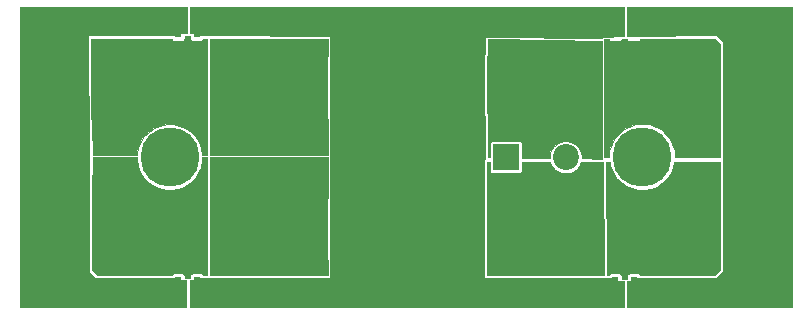
<source format=gtl>
%FSLAX46Y46*%
G04 Gerber Fmt 4.6, Leading zero omitted, Abs format (unit mm)*
G04 Created by KiCad (PCBNEW (2014-jul-16 BZR unknown)-product) date Di 22 Jul 2014 17:33:52 CEST*
%MOMM*%
G01*
G04 APERTURE LIST*
%ADD10C,0.100000*%
%ADD11C,5.000000*%
%ADD12R,0.599440X0.797560*%
%ADD13O,0.415000X1.630000*%
%ADD14R,1.715000X1.630000*%
%ADD15R,5.000000X5.000000*%
%ADD16R,2.000000X5.000000*%
%ADD17R,2.200000X2.200000*%
%ADD18C,2.200000*%
%ADD19C,0.900000*%
%ADD20C,0.500000*%
%ADD21C,0.254000*%
%ADD22C,1.000000*%
%ADD23C,0.030000*%
G04 APERTURE END LIST*
D10*
D11*
X179000000Y-112000000D03*
X219000000Y-112000000D03*
D12*
X216710060Y-101500000D03*
X218289940Y-101500000D03*
X181289940Y-101500000D03*
X179710060Y-101500000D03*
X218289940Y-122500000D03*
X216710060Y-122500000D03*
X179710060Y-122500000D03*
X181289940Y-122500000D03*
D13*
X171892500Y-106000000D03*
D14*
X173457500Y-106000000D03*
D15*
X175100000Y-106100000D03*
D16*
X171100000Y-106100000D03*
D13*
X171892500Y-118000000D03*
D14*
X173457500Y-118000000D03*
D15*
X175100000Y-118100000D03*
D16*
X171100000Y-118100000D03*
D13*
X226107500Y-106000000D03*
D14*
X224542500Y-106000000D03*
D15*
X222900000Y-105900000D03*
D16*
X226900000Y-105900000D03*
D13*
X226107500Y-118000000D03*
D14*
X224542500Y-118000000D03*
D15*
X222900000Y-117900000D03*
D16*
X226900000Y-117900000D03*
D13*
X181892500Y-106000000D03*
D14*
X183457500Y-106000000D03*
D15*
X185100000Y-106100000D03*
D16*
X181100000Y-106100000D03*
D13*
X181892500Y-118000000D03*
D14*
X183457500Y-118000000D03*
D15*
X185100000Y-118100000D03*
D16*
X181100000Y-118100000D03*
D13*
X216107500Y-106000000D03*
D14*
X214542500Y-106000000D03*
D15*
X212900000Y-105900000D03*
D16*
X216900000Y-105900000D03*
D13*
X216307500Y-118000000D03*
D14*
X214742500Y-118000000D03*
D15*
X213100000Y-117900000D03*
D16*
X217100000Y-117900000D03*
D13*
X191892500Y-106000000D03*
D14*
X193457500Y-106000000D03*
D15*
X195100000Y-106100000D03*
D16*
X191100000Y-106100000D03*
D13*
X191892500Y-118000000D03*
D14*
X193457500Y-118000000D03*
D15*
X195100000Y-118100000D03*
D16*
X191100000Y-118100000D03*
D13*
X206107500Y-106000000D03*
D14*
X204542500Y-106000000D03*
D15*
X202900000Y-105900000D03*
D16*
X206900000Y-105900000D03*
D13*
X206107500Y-118000000D03*
D14*
X204542500Y-118000000D03*
D15*
X202900000Y-117900000D03*
D16*
X206900000Y-117900000D03*
D17*
X207460000Y-112000000D03*
D18*
X212540000Y-112000000D03*
D19*
X199898000Y-116586000D03*
X199898000Y-117983000D03*
X199898000Y-119380000D03*
X197866000Y-119380000D03*
X197874090Y-118000000D03*
X197866000Y-116586000D03*
X198900000Y-116600000D03*
X198900000Y-118000000D03*
X198900000Y-119400000D03*
X228219000Y-113411000D03*
X170800000Y-113200000D03*
X226900000Y-112000000D03*
X226900000Y-113400000D03*
X226900000Y-110500000D03*
X170750000Y-110750000D03*
X170750000Y-112000000D03*
X171750000Y-113250000D03*
X171750000Y-112000000D03*
X171750000Y-110750000D03*
X228250000Y-110500000D03*
X228250000Y-112000000D03*
D20*
X195100000Y-118000000D02*
X195100000Y-110800000D01*
X195100000Y-110800000D02*
X199900000Y-106000000D01*
X199900000Y-106000000D02*
X202900000Y-106000000D01*
D21*
X199898000Y-116586000D02*
X198914000Y-116586000D01*
X198914000Y-116586000D02*
X198900000Y-116600000D01*
D20*
X195100000Y-118000000D02*
X197874090Y-118000000D01*
X197874090Y-118000000D02*
X198100000Y-118000000D01*
X181289940Y-122500000D02*
X193600000Y-122500000D01*
X193600000Y-122500000D02*
X195100000Y-121000000D01*
X195100000Y-121000000D02*
X195100000Y-118000000D01*
X216710060Y-122500000D02*
X204400000Y-122500000D01*
X204400000Y-122500000D02*
X202900000Y-121000000D01*
X202900000Y-121000000D02*
X202900000Y-118000000D01*
X216710060Y-101500000D02*
X204400000Y-101500000D01*
X204400000Y-101500000D02*
X202900000Y-103000000D01*
X202900000Y-103000000D02*
X202900000Y-106000000D01*
X181289940Y-101500000D02*
X193600000Y-101500000D01*
X193600000Y-101500000D02*
X195100000Y-103000000D01*
X195100000Y-103000000D02*
X195100000Y-106000000D01*
X198100000Y-118000000D02*
X202900000Y-118000000D01*
X202900000Y-118000000D02*
X202900000Y-106000000D01*
X195100000Y-106000000D02*
X195100000Y-109000000D01*
X195100000Y-109000000D02*
X195100000Y-118000000D01*
X195100000Y-106000000D02*
X202900000Y-106000000D01*
X198900000Y-119400000D02*
X199600000Y-118700000D01*
X199600000Y-118700000D02*
X203500000Y-118700000D01*
X203500000Y-118700000D02*
X204300000Y-117900000D01*
X204300000Y-117900000D02*
X204542500Y-118100000D01*
X179710060Y-101500000D02*
X171600000Y-101500000D01*
X171100000Y-102000000D02*
X171100000Y-106000000D01*
X171600000Y-101500000D02*
X171100000Y-102000000D01*
D22*
X229039001Y-114231001D02*
X228668999Y-113860999D01*
X229293001Y-114231001D02*
X229039001Y-114231001D01*
X226900000Y-113400000D02*
X228462000Y-113400000D01*
X228250000Y-113188000D02*
X229293001Y-114231001D01*
X228462000Y-113400000D02*
X229293001Y-114231001D01*
X228668999Y-113860999D02*
X228219000Y-113411000D01*
X228250000Y-112000000D02*
X228250000Y-113188000D01*
D20*
X179710060Y-122500000D02*
X172600000Y-122500000D01*
X172600000Y-122500000D02*
X171100000Y-121000000D01*
X171100000Y-121000000D02*
X171100000Y-118000000D01*
X170800000Y-113200000D02*
X170800000Y-117700000D01*
X170800000Y-117700000D02*
X171100000Y-118000000D01*
X226900000Y-118000000D02*
X226900000Y-121000000D01*
X226900000Y-121000000D02*
X225400000Y-122500000D01*
X225400000Y-122500000D02*
X219089660Y-122500000D01*
X219089660Y-122500000D02*
X218289940Y-122500000D01*
X225400000Y-101500000D02*
X219089660Y-101500000D01*
X226900000Y-103000000D02*
X225400000Y-101500000D01*
X226900000Y-106000000D02*
X226900000Y-103000000D01*
X219089660Y-101500000D02*
X218289940Y-101500000D01*
X171100000Y-106000000D02*
X171100000Y-104092798D01*
D22*
X226900000Y-118000000D02*
X226900000Y-112000000D01*
X226900000Y-113400000D02*
X226900000Y-110500000D01*
D20*
X170800000Y-110800000D02*
X170800000Y-106300000D01*
X170800000Y-106300000D02*
X171100000Y-106000000D01*
D22*
X170750000Y-110750000D02*
X170800000Y-110800000D01*
X170800000Y-112050000D02*
X170750000Y-112000000D01*
X170800000Y-113200000D02*
X170800000Y-112050000D01*
X170750000Y-113150000D02*
X170850000Y-113250000D01*
X170850000Y-113250000D02*
X170850000Y-112900000D01*
X170850000Y-112900000D02*
X171200000Y-113250000D01*
X171200000Y-113250000D02*
X171750000Y-113250000D01*
X170750000Y-112000000D02*
X170750000Y-113150000D01*
X226900000Y-110500000D02*
X226900000Y-106000000D01*
X171750000Y-112000000D02*
X171750000Y-110750000D01*
X170750000Y-112000000D02*
X170750000Y-110750000D01*
X171750000Y-112000000D02*
X171750000Y-113250000D01*
X228250000Y-112000000D02*
X228250000Y-110500000D01*
X226900000Y-112000000D02*
X228250000Y-112000000D01*
X226900000Y-110500000D02*
X226900000Y-112000000D01*
X228250000Y-110500000D02*
X226900000Y-110500000D01*
D20*
X175100000Y-106000000D02*
X178100000Y-106000000D01*
X178100000Y-106000000D02*
X181100000Y-106000000D01*
X175100000Y-118000000D02*
X181100000Y-118000000D01*
X185100000Y-106000000D02*
X191100000Y-106000000D01*
X185100000Y-118000000D02*
X188100000Y-118000000D01*
X188100000Y-118000000D02*
X191100000Y-118000000D01*
D23*
G36*
X217485000Y-124710000D02*
X180736000Y-124710000D01*
X180736000Y-122429949D01*
X182415000Y-122412817D01*
X182415000Y-122215072D01*
X192620108Y-122263013D01*
X192619800Y-121645985D01*
X192615000Y-112000024D01*
X192615000Y-101767734D01*
X182415000Y-101685114D01*
X182415000Y-101485000D01*
X180736000Y-101485000D01*
X180736000Y-99290000D01*
X217464499Y-99290000D01*
X217483559Y-101767809D01*
X215585000Y-101787183D01*
X215585000Y-101892886D01*
X205685000Y-101782591D01*
X205685000Y-103237582D01*
X205661615Y-103272581D01*
X205641338Y-103321535D01*
X205631000Y-103373506D01*
X205631000Y-103426494D01*
X205631000Y-105387255D01*
X205631000Y-106612745D01*
X205631000Y-108426494D01*
X205641337Y-108478464D01*
X205661615Y-108527419D01*
X205685000Y-108562416D01*
X205685000Y-112179382D01*
X205652144Y-112179271D01*
X205650059Y-115300478D01*
X205641338Y-115321535D01*
X205631000Y-115373506D01*
X205631000Y-115426494D01*
X205631000Y-117387255D01*
X205631000Y-118612745D01*
X205631000Y-120426494D01*
X205641337Y-120478464D01*
X205646593Y-120491153D01*
X205645999Y-121380741D01*
X205653619Y-122389000D01*
X215785888Y-122389000D01*
X215787161Y-122515000D01*
X217485000Y-122515000D01*
X217485000Y-124710000D01*
X217485000Y-124710000D01*
G37*
X217485000Y-124710000D02*
X180736000Y-124710000D01*
X180736000Y-122429949D01*
X182415000Y-122412817D01*
X182415000Y-122215072D01*
X192620108Y-122263013D01*
X192619800Y-121645985D01*
X192615000Y-112000024D01*
X192615000Y-101767734D01*
X182415000Y-101685114D01*
X182415000Y-101485000D01*
X180736000Y-101485000D01*
X180736000Y-99290000D01*
X217464499Y-99290000D01*
X217483559Y-101767809D01*
X215585000Y-101787183D01*
X215585000Y-101892886D01*
X205685000Y-101782591D01*
X205685000Y-103237582D01*
X205661615Y-103272581D01*
X205641338Y-103321535D01*
X205631000Y-103373506D01*
X205631000Y-103426494D01*
X205631000Y-105387255D01*
X205631000Y-106612745D01*
X205631000Y-108426494D01*
X205641337Y-108478464D01*
X205661615Y-108527419D01*
X205685000Y-108562416D01*
X205685000Y-112179382D01*
X205652144Y-112179271D01*
X205650059Y-115300478D01*
X205641338Y-115321535D01*
X205631000Y-115373506D01*
X205631000Y-115426494D01*
X205631000Y-117387255D01*
X205631000Y-118612745D01*
X205631000Y-120426494D01*
X205641337Y-120478464D01*
X205646593Y-120491153D01*
X205645999Y-121380741D01*
X205653619Y-122389000D01*
X215785888Y-122389000D01*
X215787161Y-122515000D01*
X217485000Y-122515000D01*
X217485000Y-124710000D01*
G36*
X215781767Y-121981000D02*
X205880541Y-121981000D01*
X205876000Y-121379948D01*
X205881990Y-112410051D01*
X206091000Y-112410759D01*
X206091000Y-113126494D01*
X206101337Y-113178464D01*
X206121615Y-113227419D01*
X206151054Y-113271477D01*
X206188522Y-113308946D01*
X206232581Y-113338385D01*
X206281535Y-113358662D01*
X206333506Y-113369000D01*
X206386494Y-113369000D01*
X208586494Y-113369000D01*
X208638464Y-113358663D01*
X208687419Y-113338385D01*
X208731477Y-113308946D01*
X208768946Y-113271478D01*
X208798385Y-113227419D01*
X208818662Y-113178465D01*
X208829000Y-113126494D01*
X208829000Y-113073506D01*
X208829000Y-112420037D01*
X211237075Y-112428198D01*
X211316497Y-112628795D01*
X211461932Y-112854466D01*
X211648431Y-113047590D01*
X211868889Y-113200813D01*
X212114909Y-113308296D01*
X212377121Y-113365947D01*
X212645537Y-113371570D01*
X212909933Y-113324950D01*
X213160238Y-113227862D01*
X213386919Y-113084007D01*
X213581341Y-112898861D01*
X213736098Y-112679478D01*
X213844042Y-112437032D01*
X215685425Y-112443272D01*
X215781767Y-121981000D01*
X215781767Y-121981000D01*
G37*
X215781767Y-121981000D02*
X205880541Y-121981000D01*
X205876000Y-121379948D01*
X205881990Y-112410051D01*
X206091000Y-112410759D01*
X206091000Y-113126494D01*
X206101337Y-113178464D01*
X206121615Y-113227419D01*
X206151054Y-113271477D01*
X206188522Y-113308946D01*
X206232581Y-113338385D01*
X206281535Y-113358662D01*
X206333506Y-113369000D01*
X206386494Y-113369000D01*
X208586494Y-113369000D01*
X208638464Y-113358663D01*
X208687419Y-113338385D01*
X208731477Y-113308946D01*
X208768946Y-113271478D01*
X208798385Y-113227419D01*
X208818662Y-113178465D01*
X208829000Y-113126494D01*
X208829000Y-113073506D01*
X208829000Y-112420037D01*
X211237075Y-112428198D01*
X211316497Y-112628795D01*
X211461932Y-112854466D01*
X211648431Y-113047590D01*
X211868889Y-113200813D01*
X212114909Y-113308296D01*
X212377121Y-113365947D01*
X212645537Y-113371570D01*
X212909933Y-113324950D01*
X213160238Y-113227862D01*
X213386919Y-113084007D01*
X213581341Y-112898861D01*
X213736098Y-112679478D01*
X213844042Y-112437032D01*
X215685425Y-112443272D01*
X215781767Y-121981000D01*
G36*
X231710000Y-124710000D02*
X217715000Y-124710000D01*
X217715000Y-122515000D01*
X225815000Y-122515000D01*
X225815000Y-112215000D01*
X225815000Y-112185000D01*
X225815000Y-101682795D01*
X217715000Y-101765448D01*
X217715000Y-99290000D01*
X231710000Y-99290000D01*
X231710000Y-124710000D01*
X231710000Y-124710000D01*
G37*
X231710000Y-124710000D02*
X217715000Y-124710000D01*
X217715000Y-122515000D01*
X225815000Y-122515000D01*
X225815000Y-112215000D01*
X225815000Y-112185000D01*
X225815000Y-101682795D01*
X217715000Y-101765448D01*
X217715000Y-99290000D01*
X231710000Y-99290000D01*
X231710000Y-124710000D01*
G36*
X192389966Y-121981000D02*
X182415000Y-121981000D01*
X182415000Y-112101982D01*
X182415000Y-112015000D01*
X192385007Y-112015000D01*
X192386707Y-115432868D01*
X192371953Y-115447623D01*
X192331000Y-115546492D01*
X192331000Y-115653507D01*
X192331000Y-117131492D01*
X192331000Y-117238507D01*
X192331000Y-118868507D01*
X192331000Y-120653507D01*
X192371953Y-120752376D01*
X192389363Y-120769787D01*
X192389800Y-121646099D01*
X192389966Y-121981000D01*
X192389966Y-121981000D01*
G37*
X192389966Y-121981000D02*
X182415000Y-121981000D01*
X182415000Y-112101982D01*
X182415000Y-112015000D01*
X192385007Y-112015000D01*
X192386707Y-115432868D01*
X192371953Y-115447623D01*
X192331000Y-115546492D01*
X192331000Y-115653507D01*
X192331000Y-117131492D01*
X192331000Y-117238507D01*
X192331000Y-118868507D01*
X192331000Y-120653507D01*
X192371953Y-120752376D01*
X192389363Y-120769787D01*
X192389800Y-121646099D01*
X192389966Y-121981000D01*
G36*
X192385000Y-111785000D02*
X182415000Y-111785000D01*
X182415000Y-102019000D01*
X192385000Y-102019000D01*
X192385000Y-103434576D01*
X192371953Y-103447623D01*
X192331000Y-103546492D01*
X192331000Y-103653507D01*
X192331000Y-105131492D01*
X192331000Y-105238507D01*
X192331000Y-106868507D01*
X192331000Y-108653507D01*
X192371953Y-108752376D01*
X192385000Y-108765423D01*
X192385000Y-111785000D01*
X192385000Y-111785000D01*
G37*
X192385000Y-111785000D02*
X182415000Y-111785000D01*
X182415000Y-102019000D01*
X192385000Y-102019000D01*
X192385000Y-103434576D01*
X192371953Y-103447623D01*
X192331000Y-103546492D01*
X192331000Y-103653507D01*
X192331000Y-105131492D01*
X192331000Y-105238507D01*
X192331000Y-106868507D01*
X192331000Y-108653507D01*
X192371953Y-108752376D01*
X192385000Y-108765423D01*
X192385000Y-111785000D01*
G36*
X182185000Y-111785000D02*
X181768329Y-111785000D01*
X181769119Y-111728486D01*
X181663644Y-111195799D01*
X181456712Y-110693743D01*
X181156204Y-110241443D01*
X180773567Y-109856125D01*
X180323376Y-109552468D01*
X179822777Y-109342035D01*
X179290840Y-109232844D01*
X178747824Y-109229053D01*
X178214414Y-109330807D01*
X177710926Y-109534229D01*
X177256539Y-109831572D01*
X176868559Y-110211509D01*
X176561766Y-110659570D01*
X176347844Y-111158687D01*
X176234942Y-111689849D01*
X176233613Y-111785000D01*
X172519000Y-111785000D01*
X172519000Y-110750000D01*
X172504355Y-110600634D01*
X172460976Y-110456957D01*
X172398885Y-110340183D01*
X172369000Y-107261947D01*
X172369000Y-106612745D01*
X172369000Y-105387255D01*
X172369000Y-103573506D01*
X172358663Y-103521536D01*
X172338385Y-103472581D01*
X172332118Y-103463203D01*
X172318097Y-102019000D01*
X179168973Y-102019000D01*
X179171955Y-102026199D01*
X179201394Y-102070257D01*
X179238862Y-102107726D01*
X179282921Y-102137165D01*
X179331875Y-102157442D01*
X179383846Y-102167780D01*
X179436834Y-102167780D01*
X180036274Y-102167780D01*
X180088244Y-102157443D01*
X180137199Y-102137165D01*
X180181257Y-102107726D01*
X180218726Y-102070258D01*
X180248165Y-102026199D01*
X180268442Y-101977245D01*
X180278780Y-101925274D01*
X180278780Y-101872286D01*
X180278780Y-101715000D01*
X180721220Y-101715000D01*
X180721220Y-101925274D01*
X180731557Y-101977244D01*
X180751835Y-102026199D01*
X180781274Y-102070257D01*
X180818742Y-102107726D01*
X180862801Y-102137165D01*
X180911755Y-102157442D01*
X180963726Y-102167780D01*
X181016714Y-102167780D01*
X181616154Y-102167780D01*
X181668124Y-102157443D01*
X181717079Y-102137165D01*
X181761137Y-102107726D01*
X181798606Y-102070258D01*
X181828045Y-102026199D01*
X181831026Y-102019000D01*
X182185000Y-102019000D01*
X182185000Y-111785000D01*
X182185000Y-111785000D01*
G37*
X182185000Y-111785000D02*
X181768329Y-111785000D01*
X181769119Y-111728486D01*
X181663644Y-111195799D01*
X181456712Y-110693743D01*
X181156204Y-110241443D01*
X180773567Y-109856125D01*
X180323376Y-109552468D01*
X179822777Y-109342035D01*
X179290840Y-109232844D01*
X178747824Y-109229053D01*
X178214414Y-109330807D01*
X177710926Y-109534229D01*
X177256539Y-109831572D01*
X176868559Y-110211509D01*
X176561766Y-110659570D01*
X176347844Y-111158687D01*
X176234942Y-111689849D01*
X176233613Y-111785000D01*
X172519000Y-111785000D01*
X172519000Y-110750000D01*
X172504355Y-110600634D01*
X172460976Y-110456957D01*
X172398885Y-110340183D01*
X172369000Y-107261947D01*
X172369000Y-106612745D01*
X172369000Y-105387255D01*
X172369000Y-103573506D01*
X172358663Y-103521536D01*
X172338385Y-103472581D01*
X172332118Y-103463203D01*
X172318097Y-102019000D01*
X179168973Y-102019000D01*
X179171955Y-102026199D01*
X179201394Y-102070257D01*
X179238862Y-102107726D01*
X179282921Y-102137165D01*
X179331875Y-102157442D01*
X179383846Y-102167780D01*
X179436834Y-102167780D01*
X180036274Y-102167780D01*
X180088244Y-102157443D01*
X180137199Y-102137165D01*
X180181257Y-102107726D01*
X180218726Y-102070258D01*
X180248165Y-102026199D01*
X180268442Y-101977245D01*
X180278780Y-101925274D01*
X180278780Y-101872286D01*
X180278780Y-101715000D01*
X180721220Y-101715000D01*
X180721220Y-101925274D01*
X180731557Y-101977244D01*
X180751835Y-102026199D01*
X180781274Y-102070257D01*
X180818742Y-102107726D01*
X180862801Y-102137165D01*
X180911755Y-102157442D01*
X180963726Y-102167780D01*
X181016714Y-102167780D01*
X181616154Y-102167780D01*
X181668124Y-102157443D01*
X181717079Y-102137165D01*
X181761137Y-102107726D01*
X181798606Y-102070258D01*
X181828045Y-102026199D01*
X181831026Y-102019000D01*
X182185000Y-102019000D01*
X182185000Y-111785000D01*
G36*
X182185000Y-121981000D02*
X181831026Y-121981000D01*
X181828045Y-121973801D01*
X181798606Y-121929743D01*
X181761138Y-121892274D01*
X181717079Y-121862835D01*
X181668125Y-121842558D01*
X181616154Y-121832220D01*
X181563166Y-121832220D01*
X180963726Y-121832220D01*
X180911756Y-121842557D01*
X180862801Y-121862835D01*
X180818743Y-121892274D01*
X180781274Y-121929742D01*
X180751835Y-121973801D01*
X180731558Y-122022755D01*
X180721220Y-122074726D01*
X180721220Y-122127714D01*
X180721220Y-122200088D01*
X180278780Y-122204603D01*
X180278780Y-122074726D01*
X180268443Y-122022756D01*
X180248165Y-121973801D01*
X180218726Y-121929743D01*
X180181258Y-121892274D01*
X180137199Y-121862835D01*
X180088245Y-121842558D01*
X180036274Y-121832220D01*
X179983286Y-121832220D01*
X179383846Y-121832220D01*
X179331876Y-121842557D01*
X179282921Y-121862835D01*
X179238863Y-121892274D01*
X179201394Y-121929742D01*
X179171955Y-121973801D01*
X179168973Y-121981000D01*
X172814976Y-121981000D01*
X172415000Y-121581023D01*
X172415000Y-113629214D01*
X172421957Y-113616346D01*
X172456815Y-113552941D01*
X172457629Y-113550371D01*
X172458913Y-113547999D01*
X172480301Y-113478902D01*
X172502196Y-113409884D01*
X172502496Y-113407200D01*
X172503293Y-113404629D01*
X172510850Y-113332727D01*
X172518925Y-113260737D01*
X172518961Y-113255557D01*
X172518981Y-113255369D01*
X172518963Y-113255180D01*
X172519000Y-113250000D01*
X172519000Y-112015000D01*
X176230401Y-112015000D01*
X176227360Y-112232825D01*
X176325387Y-112766933D01*
X176525290Y-113271828D01*
X176819453Y-113728280D01*
X177196672Y-114118903D01*
X177642580Y-114428817D01*
X178140192Y-114646218D01*
X178670553Y-114762825D01*
X179213463Y-114774198D01*
X179748242Y-114679902D01*
X180254521Y-114483529D01*
X180713015Y-114192560D01*
X181106262Y-113818076D01*
X181419281Y-113374343D01*
X181640151Y-112878261D01*
X181760458Y-112348727D01*
X181765118Y-112015000D01*
X182185000Y-112015000D01*
X182185000Y-121981000D01*
X182185000Y-121981000D01*
G37*
X182185000Y-121981000D02*
X181831026Y-121981000D01*
X181828045Y-121973801D01*
X181798606Y-121929743D01*
X181761138Y-121892274D01*
X181717079Y-121862835D01*
X181668125Y-121842558D01*
X181616154Y-121832220D01*
X181563166Y-121832220D01*
X180963726Y-121832220D01*
X180911756Y-121842557D01*
X180862801Y-121862835D01*
X180818743Y-121892274D01*
X180781274Y-121929742D01*
X180751835Y-121973801D01*
X180731558Y-122022755D01*
X180721220Y-122074726D01*
X180721220Y-122127714D01*
X180721220Y-122200088D01*
X180278780Y-122204603D01*
X180278780Y-122074726D01*
X180268443Y-122022756D01*
X180248165Y-121973801D01*
X180218726Y-121929743D01*
X180181258Y-121892274D01*
X180137199Y-121862835D01*
X180088245Y-121842558D01*
X180036274Y-121832220D01*
X179983286Y-121832220D01*
X179383846Y-121832220D01*
X179331876Y-121842557D01*
X179282921Y-121862835D01*
X179238863Y-121892274D01*
X179201394Y-121929742D01*
X179171955Y-121973801D01*
X179168973Y-121981000D01*
X172814976Y-121981000D01*
X172415000Y-121581023D01*
X172415000Y-113629214D01*
X172421957Y-113616346D01*
X172456815Y-113552941D01*
X172457629Y-113550371D01*
X172458913Y-113547999D01*
X172480301Y-113478902D01*
X172502196Y-113409884D01*
X172502496Y-113407200D01*
X172503293Y-113404629D01*
X172510850Y-113332727D01*
X172518925Y-113260737D01*
X172518961Y-113255557D01*
X172518981Y-113255369D01*
X172518963Y-113255180D01*
X172519000Y-113250000D01*
X172519000Y-112015000D01*
X176230401Y-112015000D01*
X176227360Y-112232825D01*
X176325387Y-112766933D01*
X176525290Y-113271828D01*
X176819453Y-113728280D01*
X177196672Y-114118903D01*
X177642580Y-114428817D01*
X178140192Y-114646218D01*
X178670553Y-114762825D01*
X179213463Y-114774198D01*
X179748242Y-114679902D01*
X180254521Y-114483529D01*
X180713015Y-114192560D01*
X181106262Y-113818076D01*
X181419281Y-113374343D01*
X181640151Y-112878261D01*
X181760458Y-112348727D01*
X181765118Y-112015000D01*
X182185000Y-112015000D01*
X182185000Y-121981000D01*
G36*
X180506000Y-101485000D02*
X172082902Y-101485000D01*
X172185000Y-112001069D01*
X172185000Y-122517205D01*
X180404743Y-122433329D01*
X180387230Y-124710000D01*
X166290000Y-124710000D01*
X166290000Y-99290000D01*
X180506000Y-99290000D01*
X180506000Y-101485000D01*
X180506000Y-101485000D01*
G37*
X180506000Y-101485000D02*
X172082902Y-101485000D01*
X172185000Y-112001069D01*
X172185000Y-122517205D01*
X180404743Y-122433329D01*
X180387230Y-124710000D01*
X166290000Y-124710000D01*
X166290000Y-99290000D01*
X180506000Y-99290000D01*
X180506000Y-101485000D01*
G36*
X215585000Y-112125115D02*
X213905776Y-112100821D01*
X213909059Y-111865763D01*
X213856912Y-111602401D01*
X213754604Y-111354184D01*
X213606032Y-111130565D01*
X213416856Y-110940063D01*
X213194280Y-110789934D01*
X212946783Y-110685896D01*
X212683792Y-110631912D01*
X212415324Y-110630038D01*
X212151604Y-110680345D01*
X211902679Y-110780917D01*
X211678029Y-110927924D01*
X211486211Y-111115766D01*
X211334531Y-111337288D01*
X211228768Y-111584053D01*
X211172949Y-111846661D01*
X211169953Y-112061240D01*
X208829000Y-112027373D01*
X208829000Y-110873506D01*
X208818663Y-110821536D01*
X208798385Y-110772581D01*
X208768946Y-110728523D01*
X208731478Y-110691054D01*
X208687419Y-110661615D01*
X208638465Y-110641338D01*
X208586494Y-110631000D01*
X208533506Y-110631000D01*
X206333506Y-110631000D01*
X206281536Y-110641337D01*
X206232581Y-110661615D01*
X206188523Y-110691054D01*
X206151054Y-110728522D01*
X206121615Y-110772581D01*
X206101338Y-110821535D01*
X206091000Y-110873506D01*
X206091000Y-110926494D01*
X206091000Y-111987761D01*
X205915000Y-111985215D01*
X205915000Y-102019000D01*
X206258956Y-102019000D01*
X215579077Y-102122835D01*
X215585000Y-103265637D01*
X215585000Y-112125115D01*
X215585000Y-112125115D01*
G37*
X215585000Y-112125115D02*
X213905776Y-112100821D01*
X213909059Y-111865763D01*
X213856912Y-111602401D01*
X213754604Y-111354184D01*
X213606032Y-111130565D01*
X213416856Y-110940063D01*
X213194280Y-110789934D01*
X212946783Y-110685896D01*
X212683792Y-110631912D01*
X212415324Y-110630038D01*
X212151604Y-110680345D01*
X211902679Y-110780917D01*
X211678029Y-110927924D01*
X211486211Y-111115766D01*
X211334531Y-111337288D01*
X211228768Y-111584053D01*
X211172949Y-111846661D01*
X211169953Y-112061240D01*
X208829000Y-112027373D01*
X208829000Y-110873506D01*
X208818663Y-110821536D01*
X208798385Y-110772581D01*
X208768946Y-110728523D01*
X208731478Y-110691054D01*
X208687419Y-110661615D01*
X208638465Y-110641338D01*
X208586494Y-110631000D01*
X208533506Y-110631000D01*
X206333506Y-110631000D01*
X206281536Y-110641337D01*
X206232581Y-110661615D01*
X206188523Y-110691054D01*
X206151054Y-110728522D01*
X206121615Y-110772581D01*
X206101338Y-110821535D01*
X206091000Y-110873506D01*
X206091000Y-110926494D01*
X206091000Y-111987761D01*
X205915000Y-111985215D01*
X205915000Y-102019000D01*
X206258956Y-102019000D01*
X215579077Y-102122835D01*
X215585000Y-103265637D01*
X215585000Y-112125115D01*
G36*
X225585000Y-121581023D02*
X225185023Y-121981000D01*
X219089660Y-121981000D01*
X218831026Y-121981000D01*
X218828045Y-121973801D01*
X218798606Y-121929743D01*
X218761138Y-121892274D01*
X218717079Y-121862835D01*
X218668125Y-121842558D01*
X218616154Y-121832220D01*
X218563166Y-121832220D01*
X217963726Y-121832220D01*
X217911756Y-121842557D01*
X217862801Y-121862835D01*
X217818743Y-121892274D01*
X217781274Y-121929742D01*
X217751835Y-121973801D01*
X217731558Y-122022755D01*
X217721220Y-122074726D01*
X217721220Y-122127714D01*
X217721220Y-122285000D01*
X217278780Y-122285000D01*
X217278780Y-122074726D01*
X217268443Y-122022756D01*
X217248165Y-121973801D01*
X217218726Y-121929743D01*
X217181258Y-121892274D01*
X217137199Y-121862835D01*
X217088245Y-121842558D01*
X217036274Y-121832220D01*
X216983286Y-121832220D01*
X216383846Y-121832220D01*
X216331876Y-121842557D01*
X216282921Y-121862835D01*
X216238863Y-121892274D01*
X216201394Y-121929742D01*
X216171955Y-121973801D01*
X216168973Y-121981000D01*
X216011778Y-121981000D01*
X215915152Y-112415000D01*
X216260795Y-112415000D01*
X216325387Y-112766933D01*
X216525290Y-113271828D01*
X216819453Y-113728280D01*
X217196672Y-114118903D01*
X217642580Y-114428817D01*
X218140192Y-114646218D01*
X218670553Y-114762825D01*
X219213463Y-114774198D01*
X219748242Y-114679902D01*
X220254521Y-114483529D01*
X220713015Y-114192560D01*
X221106262Y-113818076D01*
X221419281Y-113374343D01*
X221640151Y-112878261D01*
X221745401Y-112415000D01*
X225585000Y-112415000D01*
X225585000Y-121581023D01*
X225585000Y-121581023D01*
G37*
X225585000Y-121581023D02*
X225185023Y-121981000D01*
X219089660Y-121981000D01*
X218831026Y-121981000D01*
X218828045Y-121973801D01*
X218798606Y-121929743D01*
X218761138Y-121892274D01*
X218717079Y-121862835D01*
X218668125Y-121842558D01*
X218616154Y-121832220D01*
X218563166Y-121832220D01*
X217963726Y-121832220D01*
X217911756Y-121842557D01*
X217862801Y-121862835D01*
X217818743Y-121892274D01*
X217781274Y-121929742D01*
X217751835Y-121973801D01*
X217731558Y-122022755D01*
X217721220Y-122074726D01*
X217721220Y-122127714D01*
X217721220Y-122285000D01*
X217278780Y-122285000D01*
X217278780Y-122074726D01*
X217268443Y-122022756D01*
X217248165Y-121973801D01*
X217218726Y-121929743D01*
X217181258Y-121892274D01*
X217137199Y-121862835D01*
X217088245Y-121842558D01*
X217036274Y-121832220D01*
X216983286Y-121832220D01*
X216383846Y-121832220D01*
X216331876Y-121842557D01*
X216282921Y-121862835D01*
X216238863Y-121892274D01*
X216201394Y-121929742D01*
X216171955Y-121973801D01*
X216168973Y-121981000D01*
X216011778Y-121981000D01*
X215915152Y-112415000D01*
X216260795Y-112415000D01*
X216325387Y-112766933D01*
X216525290Y-113271828D01*
X216819453Y-113728280D01*
X217196672Y-114118903D01*
X217642580Y-114428817D01*
X218140192Y-114646218D01*
X218670553Y-114762825D01*
X219213463Y-114774198D01*
X219748242Y-114679902D01*
X220254521Y-114483529D01*
X220713015Y-114192560D01*
X221106262Y-113818076D01*
X221419281Y-113374343D01*
X221640151Y-112878261D01*
X221745401Y-112415000D01*
X225585000Y-112415000D01*
X225585000Y-121581023D01*
G36*
X225585000Y-111985000D02*
X221769014Y-111985000D01*
X221769480Y-111451628D01*
X221348813Y-110433537D01*
X220570560Y-109653925D01*
X219553205Y-109231482D01*
X218451628Y-109230520D01*
X217433537Y-109651187D01*
X216653925Y-110429440D01*
X216231482Y-111446795D01*
X216231011Y-111985000D01*
X215815000Y-111985000D01*
X215815000Y-102019000D01*
X216168973Y-102019000D01*
X216182293Y-102051156D01*
X216257963Y-102126827D01*
X216356832Y-102167780D01*
X216463847Y-102167780D01*
X217063287Y-102167780D01*
X217162156Y-102126827D01*
X217237827Y-102051157D01*
X217258969Y-102000113D01*
X217739001Y-101995215D01*
X217762173Y-102051156D01*
X217837843Y-102126827D01*
X217936712Y-102167780D01*
X218043727Y-102167780D01*
X218643167Y-102167780D01*
X218742036Y-102126827D01*
X218817707Y-102051157D01*
X218831026Y-102019000D01*
X219089660Y-102019000D01*
X225185023Y-102019000D01*
X225585000Y-102418976D01*
X225585000Y-111985000D01*
X225585000Y-111985000D01*
G37*
X225585000Y-111985000D02*
X221769014Y-111985000D01*
X221769480Y-111451628D01*
X221348813Y-110433537D01*
X220570560Y-109653925D01*
X219553205Y-109231482D01*
X218451628Y-109230520D01*
X217433537Y-109651187D01*
X216653925Y-110429440D01*
X216231482Y-111446795D01*
X216231011Y-111985000D01*
X215815000Y-111985000D01*
X215815000Y-102019000D01*
X216168973Y-102019000D01*
X216182293Y-102051156D01*
X216257963Y-102126827D01*
X216356832Y-102167780D01*
X216463847Y-102167780D01*
X217063287Y-102167780D01*
X217162156Y-102126827D01*
X217237827Y-102051157D01*
X217258969Y-102000113D01*
X217739001Y-101995215D01*
X217762173Y-102051156D01*
X217837843Y-102126827D01*
X217936712Y-102167780D01*
X218043727Y-102167780D01*
X218643167Y-102167780D01*
X218742036Y-102126827D01*
X218817707Y-102051157D01*
X218831026Y-102019000D01*
X219089660Y-102019000D01*
X225185023Y-102019000D01*
X225585000Y-102418976D01*
X225585000Y-111985000D01*
M02*

</source>
